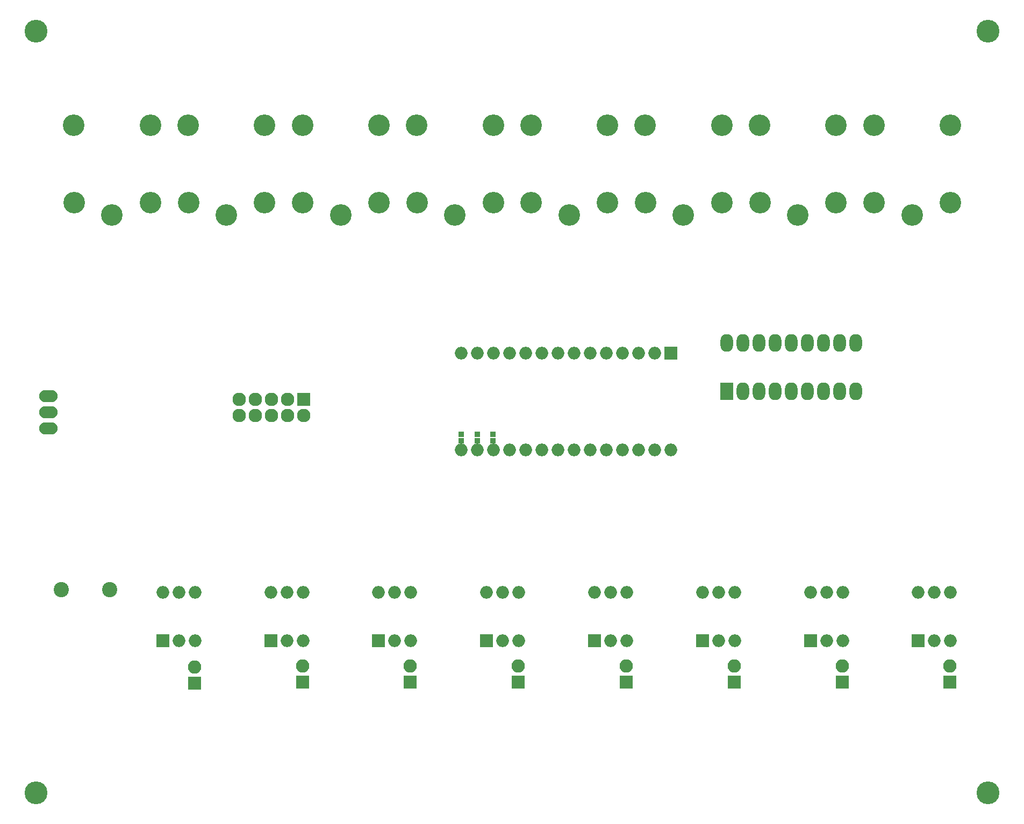
<source format=gbr>
G04 #@! TF.GenerationSoftware,KiCad,Pcbnew,(2017-06-21 revision 54670d678)-makepkg*
G04 #@! TF.CreationDate,2017-10-16T22:16:11+02:00*
G04 #@! TF.ProjectId,plytkaPrzekaznikow,706C79746B6150727A656B617A6E696B,rev?*
G04 #@! TF.SameCoordinates,Original
G04 #@! TF.FileFunction,Soldermask,Bot*
G04 #@! TF.FilePolarity,Negative*
%FSLAX46Y46*%
G04 Gerber Fmt 4.6, Leading zero omitted, Abs format (unit mm)*
G04 Created by KiCad (PCBNEW (2017-06-21 revision 54670d678)-makepkg) date 10/16/17 22:16:11*
%MOMM*%
%LPD*%
G01*
G04 APERTURE LIST*
%ADD10C,0.100000*%
%ADD11R,2.127200X2.127200*%
%ADD12O,2.127200X2.127200*%
%ADD13C,3.600000*%
%ADD14R,2.000000X2.000000*%
%ADD15O,2.000000X2.000000*%
%ADD16C,2.398980*%
%ADD17R,2.000000X2.800000*%
%ADD18O,2.000000X2.800000*%
%ADD19O,2.100000X2.100000*%
%ADD20R,2.100000X2.100000*%
%ADD21O,2.899360X1.901140*%
%ADD22R,0.900000X0.900000*%
%ADD23C,3.400000*%
G04 APERTURE END LIST*
D10*
D11*
X97155000Y-113030000D03*
D12*
X97155000Y-115570000D03*
X94615000Y-113030000D03*
X94615000Y-115570000D03*
X92075000Y-113030000D03*
X92075000Y-115570000D03*
X89535000Y-113030000D03*
X89535000Y-115570000D03*
X86995000Y-113030000D03*
X86995000Y-115570000D03*
D13*
X55000000Y-55000000D03*
X55000000Y-175000000D03*
X205000000Y-55000000D03*
X205000000Y-175000000D03*
D14*
X155000000Y-105750000D03*
D15*
X121980000Y-120990000D03*
X152460000Y-105750000D03*
X124520000Y-120990000D03*
X149920000Y-105750000D03*
X127060000Y-120990000D03*
X147380000Y-105750000D03*
X129600000Y-120990000D03*
X144840000Y-105750000D03*
X132140000Y-120990000D03*
X142300000Y-105750000D03*
X134680000Y-120990000D03*
X139760000Y-105750000D03*
X137220000Y-120990000D03*
X137220000Y-105750000D03*
X139760000Y-120990000D03*
X134680000Y-105750000D03*
X142300000Y-120990000D03*
X132140000Y-105750000D03*
X144840000Y-120990000D03*
X129600000Y-105750000D03*
X147380000Y-120990000D03*
X127060000Y-105750000D03*
X149920000Y-120990000D03*
X124520000Y-105750000D03*
X152460000Y-120990000D03*
X121980000Y-105750000D03*
X155000000Y-120990000D03*
D16*
X66620000Y-143000000D03*
X59000000Y-143000000D03*
D17*
X163830000Y-111760000D03*
D18*
X184150000Y-104140000D03*
X166370000Y-111760000D03*
X181610000Y-104140000D03*
X168910000Y-111760000D03*
X179070000Y-104140000D03*
X171450000Y-111760000D03*
X176530000Y-104140000D03*
X173990000Y-111760000D03*
X173990000Y-104140000D03*
X176530000Y-111760000D03*
X171450000Y-104140000D03*
X179070000Y-111760000D03*
X168910000Y-104140000D03*
X181610000Y-111760000D03*
X166370000Y-104140000D03*
X184150000Y-111760000D03*
X163830000Y-104140000D03*
D15*
X143000000Y-143380000D03*
X148080000Y-151000000D03*
X145540000Y-143380000D03*
X145540000Y-151000000D03*
X148080000Y-143380000D03*
D14*
X143000000Y-151000000D03*
X177000000Y-151000000D03*
D15*
X182080000Y-143380000D03*
X179540000Y-151000000D03*
X179540000Y-143380000D03*
X182080000Y-151000000D03*
X177000000Y-143380000D03*
X160000000Y-143380000D03*
X165080000Y-151000000D03*
X162540000Y-143380000D03*
X162540000Y-151000000D03*
X165080000Y-143380000D03*
D14*
X160000000Y-151000000D03*
X126000000Y-151000000D03*
D15*
X131080000Y-143380000D03*
X128540000Y-151000000D03*
X128540000Y-143380000D03*
X131080000Y-151000000D03*
X126000000Y-143380000D03*
X109000000Y-143380000D03*
X114080000Y-151000000D03*
X111540000Y-143380000D03*
X111540000Y-151000000D03*
X114080000Y-143380000D03*
D14*
X109000000Y-151000000D03*
X75000000Y-151000000D03*
D15*
X80080000Y-143380000D03*
X77540000Y-151000000D03*
X77540000Y-143380000D03*
X80080000Y-151000000D03*
X75000000Y-143380000D03*
X194000000Y-143380000D03*
X199080000Y-151000000D03*
X196540000Y-143380000D03*
X196540000Y-151000000D03*
X199080000Y-143380000D03*
D14*
X194000000Y-151000000D03*
X92000000Y-151000000D03*
D15*
X97080000Y-143380000D03*
X94540000Y-151000000D03*
X94540000Y-143380000D03*
X97080000Y-151000000D03*
X92000000Y-143380000D03*
D19*
X165000000Y-155000000D03*
D20*
X165000000Y-157540000D03*
X80000000Y-157750000D03*
D19*
X80000000Y-155210000D03*
X182000000Y-155000000D03*
D20*
X182000000Y-157540000D03*
X114000000Y-157540000D03*
D19*
X114000000Y-155000000D03*
X131000000Y-155000000D03*
D20*
X131000000Y-157540000D03*
X199000000Y-157540000D03*
D19*
X199000000Y-155000000D03*
X148000000Y-155000000D03*
D20*
X148000000Y-157540000D03*
X97000000Y-157540000D03*
D19*
X97000000Y-155000000D03*
D21*
X57000000Y-117540000D03*
X57000000Y-112460000D03*
X57000000Y-115000000D03*
D22*
X127000000Y-119500000D03*
X127000000Y-118500000D03*
X124515298Y-118500000D03*
X124515298Y-119500000D03*
X122000000Y-119500000D03*
X122000000Y-118500000D03*
D23*
X85000000Y-84000000D03*
X79050000Y-82050000D03*
X79000000Y-69800000D03*
X91050000Y-69850000D03*
X91050000Y-82050000D03*
X109050000Y-82050000D03*
X109050000Y-69850000D03*
X97000000Y-69800000D03*
X97050000Y-82050000D03*
X103000000Y-84000000D03*
X121000000Y-84000000D03*
X115050000Y-82050000D03*
X115000000Y-69800000D03*
X127050000Y-69850000D03*
X127050000Y-82050000D03*
X145050000Y-82050000D03*
X145050000Y-69850000D03*
X133000000Y-69800000D03*
X133050000Y-82050000D03*
X139000000Y-84000000D03*
X157000000Y-84000000D03*
X151050000Y-82050000D03*
X151000000Y-69800000D03*
X163050000Y-69850000D03*
X163050000Y-82050000D03*
X181050000Y-82050000D03*
X181050000Y-69850000D03*
X169000000Y-69800000D03*
X169050000Y-82050000D03*
X175000000Y-84000000D03*
X199050000Y-82050000D03*
X199050000Y-69850000D03*
X187000000Y-69800000D03*
X187050000Y-82050000D03*
X193000000Y-84000000D03*
X73050000Y-82050000D03*
X73050000Y-69850000D03*
X61000000Y-69800000D03*
X61050000Y-82050000D03*
X67000000Y-84000000D03*
M02*

</source>
